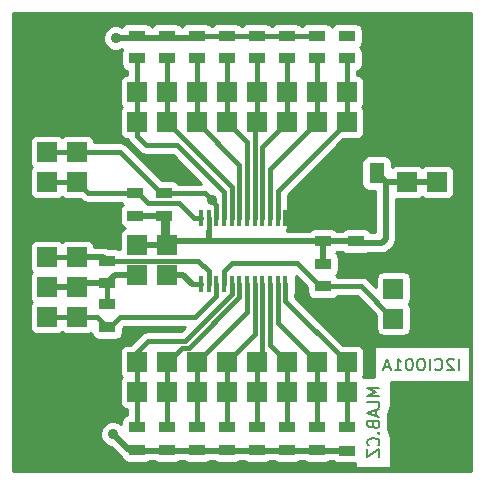
<source format=gbr>
G04 #@! TF.FileFunction,Copper,L2,Bot,Signal*
%FSLAX46Y46*%
G04 Gerber Fmt 4.6, Leading zero omitted, Abs format (unit mm)*
G04 Created by KiCad (PCBNEW 0.201503110816+5502~22~ubuntu14.04.1-product) date St 11. březen 2015, 22:39:31 CET*
%MOMM*%
G01*
G04 APERTURE LIST*
%ADD10C,0.100000*%
%ADD11C,0.200000*%
%ADD12R,1.651000X1.651000*%
%ADD13R,1.397000X0.889000*%
%ADD14R,0.419100X1.470660*%
%ADD15C,6.000000*%
%ADD16R,1.300480X1.699260*%
%ADD17C,0.889000*%
%ADD18C,0.508000*%
%ADD19C,0.381000*%
%ADD20C,0.254000*%
G04 APERTURE END LIST*
D10*
D11*
X38679047Y-706381D02*
X38679047Y293619D01*
X38250476Y198381D02*
X38202857Y246000D01*
X38107619Y293619D01*
X37869523Y293619D01*
X37774285Y246000D01*
X37726666Y198381D01*
X37679047Y103143D01*
X37679047Y7905D01*
X37726666Y-134952D01*
X38298095Y-706381D01*
X37679047Y-706381D01*
X36679047Y-611143D02*
X36726666Y-658762D01*
X36869523Y-706381D01*
X36964761Y-706381D01*
X37107619Y-658762D01*
X37202857Y-563524D01*
X37250476Y-468286D01*
X37298095Y-277810D01*
X37298095Y-134952D01*
X37250476Y55524D01*
X37202857Y150762D01*
X37107619Y246000D01*
X36964761Y293619D01*
X36869523Y293619D01*
X36726666Y246000D01*
X36679047Y198381D01*
X36250476Y-706381D02*
X36250476Y293619D01*
X35583810Y293619D02*
X35393333Y293619D01*
X35298095Y246000D01*
X35202857Y150762D01*
X35155238Y-39714D01*
X35155238Y-373048D01*
X35202857Y-563524D01*
X35298095Y-658762D01*
X35393333Y-706381D01*
X35583810Y-706381D01*
X35679048Y-658762D01*
X35774286Y-563524D01*
X35821905Y-373048D01*
X35821905Y-39714D01*
X35774286Y150762D01*
X35679048Y246000D01*
X35583810Y293619D01*
X34536191Y293619D02*
X34440952Y293619D01*
X34345714Y246000D01*
X34298095Y198381D01*
X34250476Y103143D01*
X34202857Y-87333D01*
X34202857Y-325429D01*
X34250476Y-515905D01*
X34298095Y-611143D01*
X34345714Y-658762D01*
X34440952Y-706381D01*
X34536191Y-706381D01*
X34631429Y-658762D01*
X34679048Y-611143D01*
X34726667Y-515905D01*
X34774286Y-325429D01*
X34774286Y-87333D01*
X34726667Y103143D01*
X34679048Y198381D01*
X34631429Y246000D01*
X34536191Y293619D01*
X33250476Y-706381D02*
X33821905Y-706381D01*
X33536191Y-706381D02*
X33536191Y293619D01*
X33631429Y150762D01*
X33726667Y55524D01*
X33821905Y7905D01*
X32869524Y-420667D02*
X32393333Y-420667D01*
X32964762Y-706381D02*
X32631429Y293619D01*
X32298095Y-706381D01*
X31948381Y-2199048D02*
X30948381Y-2199048D01*
X31662667Y-2532382D01*
X30948381Y-2865715D01*
X31948381Y-2865715D01*
X31948381Y-3818096D02*
X31948381Y-3341905D01*
X30948381Y-3341905D01*
X31662667Y-4103810D02*
X31662667Y-4580001D01*
X31948381Y-4008572D02*
X30948381Y-4341905D01*
X31948381Y-4675239D01*
X31424571Y-5341906D02*
X31472190Y-5484763D01*
X31519810Y-5532382D01*
X31615048Y-5580001D01*
X31757905Y-5580001D01*
X31853143Y-5532382D01*
X31900762Y-5484763D01*
X31948381Y-5389525D01*
X31948381Y-5008572D01*
X30948381Y-5008572D01*
X30948381Y-5341906D01*
X30996000Y-5437144D01*
X31043619Y-5484763D01*
X31138857Y-5532382D01*
X31234095Y-5532382D01*
X31329333Y-5484763D01*
X31376952Y-5437144D01*
X31424571Y-5341906D01*
X31424571Y-5008572D01*
X31853143Y-6008572D02*
X31900762Y-6056191D01*
X31948381Y-6008572D01*
X31900762Y-5960953D01*
X31853143Y-6008572D01*
X31948381Y-6008572D01*
X31853143Y-7056191D02*
X31900762Y-7008572D01*
X31948381Y-6865715D01*
X31948381Y-6770477D01*
X31900762Y-6627619D01*
X31805524Y-6532381D01*
X31710286Y-6484762D01*
X31519810Y-6437143D01*
X31376952Y-6437143D01*
X31186476Y-6484762D01*
X31091238Y-6532381D01*
X30996000Y-6627619D01*
X30948381Y-6770477D01*
X30948381Y-6865715D01*
X30996000Y-7008572D01*
X31043619Y-7056191D01*
X30948381Y-7389524D02*
X30948381Y-8056191D01*
X31948381Y-7389524D01*
X31948381Y-8056191D01*
D12*
X36830000Y12700000D03*
X36830000Y15240000D03*
X36830000Y17780000D03*
X34290000Y17780000D03*
X34290000Y15240000D03*
X34290000Y12700000D03*
D13*
X8890000Y4889500D03*
X8890000Y2984500D03*
X11303000Y12382500D03*
X11303000Y14287500D03*
X8890000Y6667500D03*
X8890000Y8572500D03*
X13716000Y12382500D03*
X13716000Y14287500D03*
X29210000Y27622500D03*
X29210000Y25717500D03*
X11430000Y-7429500D03*
X11430000Y-5524500D03*
X26670000Y27622500D03*
X26670000Y25717500D03*
X21590000Y-7429500D03*
X21590000Y-5524500D03*
X24130000Y27622500D03*
X24130000Y25717500D03*
X16510000Y-7429500D03*
X16510000Y-5524500D03*
X21590000Y27622500D03*
X21590000Y25717500D03*
X19050000Y-7429500D03*
X19050000Y-5524500D03*
X19050000Y27622500D03*
X19050000Y25717500D03*
X13970000Y-7429500D03*
X13970000Y-5524500D03*
X13970000Y27622500D03*
X13970000Y25717500D03*
X16510000Y27622500D03*
X16510000Y25717500D03*
X24130000Y-7429500D03*
X24130000Y-5524500D03*
X11430000Y27622500D03*
X11430000Y25717500D03*
X26670000Y-7429500D03*
X26670000Y-5524500D03*
X29210000Y-7493000D03*
X29210000Y-5524500D03*
D14*
X20756880Y12197080D03*
X21407120Y12197080D03*
X22057360Y12197080D03*
X22707600Y12197080D03*
X18816320Y6604000D03*
X18806160Y12197080D03*
X19456400Y12197080D03*
X20106640Y12197080D03*
X23357840Y6598920D03*
X22707600Y6598920D03*
X22057360Y6598920D03*
X21407120Y6598920D03*
X20756880Y6598920D03*
X20106640Y6598920D03*
X23357840Y12197080D03*
X19456400Y6604000D03*
X18155920Y12197080D03*
X24008080Y12197080D03*
X24008080Y6598920D03*
X18155920Y6598920D03*
X17508220Y12197080D03*
X17508220Y6598920D03*
X16857980Y12197080D03*
X16857980Y6598920D03*
D12*
X11430000Y7366000D03*
X11430000Y9906000D03*
D15*
X5080000Y-5080000D03*
X35560000Y25400000D03*
X5050000Y25400000D03*
X35560000Y-5080000D03*
D12*
X3810000Y17780000D03*
X3810000Y15240000D03*
X6350000Y15240000D03*
X6350000Y17780000D03*
X3810000Y3810000D03*
X6350000Y11430000D03*
X6350000Y6350000D03*
X3810000Y11430000D03*
X6350000Y1270000D03*
X6350000Y3810000D03*
X6350000Y8890000D03*
X3810000Y1270000D03*
X3810000Y8890000D03*
X3810000Y6350000D03*
X13970000Y9906000D03*
X13970000Y7366000D03*
X13970000Y22860000D03*
X11430000Y22860000D03*
X29210000Y20320000D03*
X26670000Y20320000D03*
X16510000Y22860000D03*
X24130000Y20320000D03*
X21590000Y22860000D03*
X29210000Y22860000D03*
X21590000Y20320000D03*
X16510000Y20320000D03*
X24130000Y22860000D03*
X11430000Y20320000D03*
X13970000Y20320000D03*
X19050000Y20320000D03*
X26670000Y22860000D03*
X19050000Y22860000D03*
X26670000Y-2540000D03*
X29210000Y-2540000D03*
X11430000Y0D03*
X13970000Y0D03*
X24130000Y-2540000D03*
X16510000Y0D03*
X19050000Y-2540000D03*
X11430000Y-2540000D03*
X19050000Y0D03*
X24130000Y0D03*
X16510000Y-2540000D03*
X29210000Y0D03*
X26670000Y0D03*
X21590000Y0D03*
X13970000Y-2540000D03*
X21590000Y-2540000D03*
X33147000Y6223000D03*
X35687000Y6223000D03*
X35687000Y3683000D03*
X33147000Y3683000D03*
D13*
X27178000Y8318500D03*
X27178000Y6413500D03*
X27178000Y10223500D03*
X27178000Y12128500D03*
X29972000Y10223500D03*
X29972000Y12128500D03*
D16*
X28221940Y16002000D03*
X31722060Y16002000D03*
D17*
X17780000Y13716000D03*
X9398000Y-6096000D03*
X9652000Y27432000D03*
D18*
X27178000Y10223500D02*
X28893333Y10223500D01*
X28893333Y10223500D02*
X29972000Y10223500D01*
X27178000Y10223500D02*
X27178000Y8318500D01*
X27178000Y10223500D02*
X17553730Y10223500D01*
X17553730Y10223500D02*
X14287500Y10223500D01*
X17508220Y11099798D02*
X17508220Y10269010D01*
X17508220Y10269010D02*
X17553730Y10223500D01*
X14287500Y10223500D02*
X13970000Y9906000D01*
X14160500Y10096500D02*
X13970000Y9906000D01*
X32484060Y15240000D02*
X32484060Y10394358D01*
X32484060Y10394358D02*
X32176701Y10086999D01*
X32176701Y10086999D02*
X30045001Y10086999D01*
X30045001Y10086999D02*
X30035500Y10096500D01*
X34290000Y15240000D02*
X34290000Y15214600D01*
X34290000Y15122501D02*
X34290000Y15240000D01*
X34290000Y15240000D02*
X34290000Y15122501D01*
X13970000Y9906000D02*
X13970000Y12128500D01*
X13970000Y12128500D02*
X13716000Y12382500D01*
X13716000Y12382500D02*
X13716000Y10160000D01*
X13716000Y10160000D02*
X13970000Y9906000D01*
X36830000Y15240000D02*
X34290000Y15240000D01*
D19*
X17508220Y11099798D02*
X17508220Y12197080D01*
X17508220Y11099798D02*
X17506950Y11101068D01*
D18*
X13970000Y9906000D02*
X11430000Y9906000D01*
X11303000Y12382500D02*
X13716000Y12382500D01*
X13716000Y10160000D02*
X13970000Y9906000D01*
X32484060Y15240000D02*
X31722060Y16002000D01*
X34290000Y15240000D02*
X32484060Y15240000D01*
D19*
X36830000Y12700000D02*
X34290000Y12700000D01*
X38735000Y17081500D02*
X38735000Y13398500D01*
X38735000Y13398500D02*
X38036500Y12700000D01*
X38036500Y12700000D02*
X36830000Y12700000D01*
X36830000Y17780000D02*
X38036500Y17780000D01*
X38036500Y17780000D02*
X38735000Y17081500D01*
X34290000Y17780000D02*
X36830000Y17780000D01*
X28635567Y16062854D02*
X28635567Y16570567D01*
X28635567Y16062854D02*
X30352713Y17780000D01*
X30352713Y17780000D02*
X34290000Y17780000D01*
X26951940Y14886940D02*
X28635567Y16570567D01*
X24008080Y12197080D02*
X25839420Y12197080D01*
X24008080Y12197080D02*
X25306020Y12197080D01*
X25306020Y12197080D02*
X26951940Y13843000D01*
X26951940Y13843000D02*
X26951940Y14886940D01*
X6350000Y11430000D02*
X3888100Y11430000D01*
X15973659Y14287500D02*
X17208500Y14287500D01*
X17208500Y14287500D02*
X17335501Y14160499D01*
X17335501Y14160499D02*
X17780000Y13716000D01*
X15973659Y14287500D02*
X17162782Y14287500D01*
X18155920Y12197080D02*
X18155920Y13294362D01*
X17162782Y14287500D02*
X17906238Y13544044D01*
X18155920Y13294362D02*
X17906238Y13544044D01*
X13716000Y14287500D02*
X15973659Y14287500D01*
X6350000Y17780000D02*
X8747677Y17780000D01*
X9969500Y17780000D02*
X8747677Y17780000D01*
X13716000Y14287500D02*
X13462000Y14287500D01*
X13462000Y14287500D02*
X9969500Y17780000D01*
X3810000Y17780000D02*
X6350000Y17780000D01*
X16267430Y12197080D02*
X15012011Y13452499D01*
X16857980Y12197080D02*
X16854169Y12197080D01*
X3810000Y15240000D02*
X6350000Y15240000D01*
X11557000Y14287500D02*
X11303000Y14287500D01*
X12392001Y13452499D02*
X11557000Y14287500D01*
X15012011Y13452499D02*
X12392001Y13452499D01*
X16857980Y12197080D02*
X16267430Y12197080D01*
X7302500Y14287500D02*
X6350000Y15240000D01*
X11303000Y14287500D02*
X7302500Y14287500D01*
X3810000Y3810000D02*
X6350000Y3810000D01*
X9144000Y2984500D02*
X8890000Y2984500D01*
X9979001Y3819501D02*
X9144000Y2984500D01*
X16376583Y3819501D02*
X9979001Y3819501D01*
X18155920Y5598838D02*
X16376583Y3819501D01*
X18155920Y6598920D02*
X18155920Y5598838D01*
X8064500Y3810000D02*
X8890000Y2984500D01*
X6350000Y3810000D02*
X8064500Y3810000D01*
X6985000Y8890000D02*
X6350000Y8890000D01*
X3810000Y8890000D02*
X6985000Y8890000D01*
X6667500Y8572500D02*
X6350000Y8890000D01*
D18*
X8572500Y8890000D02*
X8890000Y8572500D01*
X6350000Y8890000D02*
X8572500Y8890000D01*
D19*
X9969500Y8572500D02*
X8890000Y8572500D01*
X9979001Y8582001D02*
X9969500Y8572500D01*
X16641469Y8582001D02*
X9979001Y8582001D01*
X17508220Y7715250D02*
X16641469Y8582001D01*
X17508220Y6598920D02*
X17508220Y7715250D01*
X27178000Y6413500D02*
X30416500Y6413500D01*
X30416500Y6413500D02*
X33147000Y3683000D01*
X19477990Y8382000D02*
X24955500Y8382000D01*
X24955500Y8382000D02*
X26924000Y6413500D01*
X26924000Y6413500D02*
X27178000Y6413500D01*
X18816320Y6604000D02*
X18816320Y7720330D01*
X18816320Y7720330D02*
X19477990Y8382000D01*
D18*
X11430000Y-7429500D02*
X10731500Y-7429500D01*
X10731500Y-7429500D02*
X9398000Y-6096000D01*
X13970000Y7366000D02*
X15303500Y7366000D01*
X15303500Y7366000D02*
X16070580Y6598920D01*
D19*
X16070580Y6598920D02*
X16857980Y6598920D01*
D18*
X13970000Y7366000D02*
X13906500Y7366000D01*
X11493500Y-7493000D02*
X11430000Y-7429500D01*
D19*
X11430000Y-7429500D02*
X13970000Y-7429500D01*
X13970000Y-7429500D02*
X16510000Y-7429500D01*
X13970000Y-7429500D02*
X19050000Y-7429500D01*
X19050000Y-7429500D02*
X21590000Y-7429500D01*
X23287735Y-7429500D02*
X23351235Y-7493000D01*
X21590000Y-7429500D02*
X23287735Y-7429500D01*
D18*
X23351235Y-7493000D02*
X11493500Y-7493000D01*
X29210000Y-7493000D02*
X23351235Y-7493000D01*
D19*
X24130000Y-7429500D02*
X26670000Y-7429500D01*
X29146500Y-7429500D02*
X29210000Y-7493000D01*
X26670000Y-7429500D02*
X29146500Y-7429500D01*
X16510000Y27622500D02*
X19050000Y27622500D01*
X21590000Y27622500D02*
X19050000Y27622500D01*
X26670000Y27622500D02*
X24130000Y27622500D01*
X24130000Y27622500D02*
X21590000Y27622500D01*
D18*
X11430000Y-7429500D02*
X11176000Y-7429500D01*
X16256000Y27432000D02*
X9652000Y27432000D01*
D19*
X19456400Y14833600D02*
X13970000Y20320000D01*
X19456400Y12197080D02*
X19456400Y14833600D01*
X13970000Y20320000D02*
X13970000Y25717500D01*
X13970000Y20320000D02*
X13970000Y22860000D01*
X11430000Y19113500D02*
X12182490Y18361010D01*
X12182490Y18361010D02*
X14815292Y18361010D01*
X18806160Y13313410D02*
X18806160Y12197080D01*
X11430000Y20320000D02*
X11430000Y19113500D01*
X14815292Y18361010D02*
X18806160Y14370142D01*
X18806160Y14370142D02*
X18806160Y13313410D01*
X11680782Y20320000D02*
X11430000Y20320000D01*
X11430000Y22860000D02*
X11430000Y25717500D01*
X11430000Y20320000D02*
X11430000Y22860000D01*
X23357840Y12197080D02*
X23357840Y14467840D01*
X23357840Y14467840D02*
X29210000Y20320000D01*
X29210000Y20320000D02*
X29210000Y25717500D01*
X29210000Y20320000D02*
X29210000Y22860000D01*
X22707600Y12197080D02*
X22707600Y16357600D01*
X22707600Y16357600D02*
X26670000Y20320000D01*
X26670000Y20320000D02*
X26670000Y25717500D01*
X26670000Y20320000D02*
X26670000Y22860000D01*
X20106640Y12197080D02*
X20106640Y16723360D01*
X20106640Y16723360D02*
X16510000Y20320000D01*
X16510000Y20320000D02*
X16510000Y25717500D01*
X16510000Y20320000D02*
X16510000Y22860000D01*
X22057360Y12197080D02*
X22057360Y18247360D01*
X22057360Y18247360D02*
X24130000Y20320000D01*
X24130000Y20320000D02*
X24130000Y25717500D01*
X24130000Y20320000D02*
X24130000Y22860000D01*
X21407120Y12197080D02*
X21407120Y20137120D01*
X21407120Y20137120D02*
X21590000Y20320000D01*
X21590000Y20320000D02*
X21590000Y25717500D01*
X21590000Y20320000D02*
X21590000Y22860000D01*
X20756880Y12197080D02*
X20756880Y18613120D01*
X20756880Y18613120D02*
X19050000Y20320000D01*
X19050000Y20320000D02*
X19050000Y25717500D01*
X19050000Y20320000D02*
X19050000Y22860000D01*
X26670000Y-2540000D02*
X26670000Y0D01*
X23357840Y3312160D02*
X26670000Y0D01*
X23357840Y6598920D02*
X23357840Y3312160D01*
X26670000Y0D02*
X26670000Y-5524500D01*
X29210000Y-2540000D02*
X29210000Y0D01*
X24008080Y6598920D02*
X24008080Y5201920D01*
X24008080Y5201920D02*
X29210000Y0D01*
X29210000Y0D02*
X29210000Y-5524500D01*
X11430000Y-2540000D02*
X11430000Y0D01*
X19456400Y5740400D02*
X19456400Y6604000D01*
X12376111Y1797011D02*
X15513011Y1797011D01*
X11430000Y850900D02*
X12376111Y1797011D01*
X15513011Y1797011D02*
X19456400Y5740400D01*
X11430000Y0D02*
X11430000Y850900D01*
X11430000Y-5524500D02*
X11430000Y0D01*
X13995400Y0D02*
X15211401Y1216001D01*
X15211401Y1216001D02*
X15596385Y1216001D01*
X13970000Y0D02*
X13995400Y0D01*
X15840051Y1216001D02*
X15596385Y1216001D01*
X15596385Y1216001D02*
X15262201Y1216001D01*
X13970000Y-2540000D02*
X13970000Y0D01*
X20106640Y6598920D02*
X20106640Y5482590D01*
X20106640Y5482590D02*
X15840051Y1216001D01*
X13970000Y0D02*
X13970000Y-5524500D01*
X24130000Y-2540000D02*
X24130000Y0D01*
X22707600Y1422400D02*
X24130000Y0D01*
X22707600Y6598920D02*
X22707600Y1422400D01*
X24130000Y0D02*
X24130000Y-5524500D01*
X16510000Y-2540000D02*
X16510000Y0D01*
X20756880Y4246880D02*
X20756880Y6598920D01*
X16510000Y0D02*
X20756880Y4246880D01*
X16510000Y0D02*
X16510000Y-5524500D01*
X19050000Y-2540000D02*
X19050000Y0D01*
X21407120Y6598920D02*
X21407120Y2357120D01*
X21407120Y2357120D02*
X19050000Y0D01*
X19050000Y0D02*
X19050000Y-5524500D01*
X21590000Y-2540000D02*
X21590000Y0D01*
X22057360Y6598920D02*
X22057360Y467360D01*
X22057360Y467360D02*
X21590000Y0D01*
X21590000Y0D02*
X21590000Y-5524500D01*
D18*
X9588500Y7366000D02*
X8890000Y6667500D01*
X11430000Y7366000D02*
X9588500Y7366000D01*
X6667500Y6667500D02*
X6350000Y6350000D01*
X8890000Y6667500D02*
X6667500Y6667500D01*
X6350000Y6350000D02*
X3810000Y6350000D01*
D19*
X8890000Y4889500D02*
X8890000Y6667500D01*
D20*
G36*
X39699000Y-9219000D02*
X39652143Y-9219000D01*
X39652143Y-1689000D01*
X39652143Y1381000D01*
X31467858Y1381000D01*
X31467858Y-1225952D01*
X30531076Y-1225952D01*
X30632877Y-1075140D01*
X30682940Y-825500D01*
X30682940Y825500D01*
X30635963Y1067623D01*
X30496173Y1280427D01*
X30285140Y1422877D01*
X30035500Y1472940D01*
X28904494Y1472940D01*
X24833580Y5543854D01*
X24833580Y5706565D01*
X24865070Y5863590D01*
X24865070Y7304996D01*
X25832060Y6338006D01*
X25832060Y5969000D01*
X25879037Y5726877D01*
X26018827Y5514073D01*
X26229860Y5371623D01*
X26479500Y5321560D01*
X27876500Y5321560D01*
X28118623Y5368537D01*
X28331427Y5508327D01*
X28385207Y5588000D01*
X30074566Y5588000D01*
X31674060Y3988506D01*
X31674060Y2857500D01*
X31721037Y2615377D01*
X31860827Y2402573D01*
X32071860Y2260123D01*
X32321500Y2210060D01*
X33972500Y2210060D01*
X34214623Y2257037D01*
X34427427Y2396827D01*
X34569877Y2607860D01*
X34619940Y2857500D01*
X34619940Y4508500D01*
X34572963Y4750623D01*
X34439194Y4954261D01*
X34569877Y5147860D01*
X34619940Y5397500D01*
X34619940Y7048500D01*
X34572963Y7290623D01*
X34433173Y7503427D01*
X34222140Y7645877D01*
X33972500Y7695940D01*
X32321500Y7695940D01*
X32079377Y7648963D01*
X31866573Y7509173D01*
X31724123Y7298140D01*
X31674060Y7048500D01*
X31674060Y6323374D01*
X31000217Y6997217D01*
X30732406Y7176163D01*
X30416500Y7239000D01*
X28385735Y7239000D01*
X28337173Y7312927D01*
X28258958Y7365723D01*
X28331427Y7413327D01*
X28473877Y7624360D01*
X28523940Y7874000D01*
X28523940Y8763000D01*
X28476963Y9005123D01*
X28337173Y9217927D01*
X28258958Y9270723D01*
X28331427Y9318327D01*
X28342343Y9334500D01*
X28805977Y9334500D01*
X28812827Y9324073D01*
X29023860Y9181623D01*
X29273500Y9131560D01*
X30670500Y9131560D01*
X30912623Y9178537D01*
X30942250Y9197999D01*
X32176701Y9197999D01*
X32516906Y9265670D01*
X32516907Y9265670D01*
X32805319Y9458381D01*
X33112678Y9765740D01*
X33305389Y10054152D01*
X33373060Y10394358D01*
X33373060Y13785398D01*
X33464500Y13767060D01*
X35115500Y13767060D01*
X35357623Y13814037D01*
X35561260Y13947806D01*
X35754860Y13817123D01*
X36004500Y13767060D01*
X37655500Y13767060D01*
X37897623Y13814037D01*
X38110427Y13953827D01*
X38252877Y14164860D01*
X38302940Y14414500D01*
X38302940Y16065500D01*
X38255963Y16307623D01*
X38116173Y16520427D01*
X37905140Y16662877D01*
X37655500Y16712940D01*
X36004500Y16712940D01*
X35762377Y16665963D01*
X35558739Y16532195D01*
X35365140Y16662877D01*
X35115500Y16712940D01*
X33464500Y16712940D01*
X33222377Y16665963D01*
X33019740Y16532852D01*
X33019740Y16851630D01*
X32972763Y17093753D01*
X32832973Y17306557D01*
X32621940Y17449007D01*
X32372300Y17499070D01*
X31071820Y17499070D01*
X30829697Y17452093D01*
X30616893Y17312303D01*
X30474443Y17101270D01*
X30424380Y16851630D01*
X30424380Y15152370D01*
X30471357Y14910247D01*
X30611147Y14697443D01*
X30822180Y14554993D01*
X31071820Y14504930D01*
X31595060Y14504930D01*
X31595060Y10975999D01*
X31227689Y10975999D01*
X31131173Y11122927D01*
X30920140Y11265377D01*
X30670500Y11315440D01*
X29273500Y11315440D01*
X29031377Y11268463D01*
X28818573Y11128673D01*
X28807656Y11112500D01*
X28344022Y11112500D01*
X28337173Y11122927D01*
X28126140Y11265377D01*
X27876500Y11315440D01*
X26479500Y11315440D01*
X26237377Y11268463D01*
X26024573Y11128673D01*
X26013656Y11112500D01*
X24097528Y11112500D01*
X24164767Y11212110D01*
X24214830Y11461750D01*
X24214830Y12932410D01*
X24183340Y13094711D01*
X24183340Y14125906D01*
X28904494Y18847060D01*
X30035500Y18847060D01*
X30277623Y18894037D01*
X30490427Y19033827D01*
X30632877Y19244860D01*
X30682940Y19494500D01*
X30682940Y21145500D01*
X30635963Y21387623D01*
X30502194Y21591261D01*
X30632877Y21784860D01*
X30682940Y22034500D01*
X30682940Y23685500D01*
X30635963Y23927623D01*
X30496173Y24140427D01*
X30285140Y24282877D01*
X30035500Y24332940D01*
X30035500Y24650201D01*
X30150623Y24672537D01*
X30363427Y24812327D01*
X30505877Y25023360D01*
X30555940Y25273000D01*
X30555940Y26162000D01*
X30508963Y26404123D01*
X30369173Y26616927D01*
X30290958Y26669723D01*
X30363427Y26717327D01*
X30505877Y26928360D01*
X30555940Y27178000D01*
X30555940Y28067000D01*
X30508963Y28309123D01*
X30369173Y28521927D01*
X30158140Y28664377D01*
X29908500Y28714440D01*
X28511500Y28714440D01*
X28269377Y28667463D01*
X28056573Y28527673D01*
X27939413Y28354107D01*
X27829173Y28521927D01*
X27618140Y28664377D01*
X27368500Y28714440D01*
X25971500Y28714440D01*
X25729377Y28667463D01*
X25516573Y28527673D01*
X25462792Y28448000D01*
X25337735Y28448000D01*
X25289173Y28521927D01*
X25078140Y28664377D01*
X24828500Y28714440D01*
X23431500Y28714440D01*
X23189377Y28667463D01*
X22976573Y28527673D01*
X22922792Y28448000D01*
X22797735Y28448000D01*
X22749173Y28521927D01*
X22538140Y28664377D01*
X22288500Y28714440D01*
X20891500Y28714440D01*
X20649377Y28667463D01*
X20436573Y28527673D01*
X20382792Y28448000D01*
X20257735Y28448000D01*
X20209173Y28521927D01*
X19998140Y28664377D01*
X19748500Y28714440D01*
X18351500Y28714440D01*
X18109377Y28667463D01*
X17896573Y28527673D01*
X17842792Y28448000D01*
X17717735Y28448000D01*
X17669173Y28521927D01*
X17458140Y28664377D01*
X17208500Y28714440D01*
X15811500Y28714440D01*
X15569377Y28667463D01*
X15356573Y28527673D01*
X15239413Y28354107D01*
X15129173Y28521927D01*
X14918140Y28664377D01*
X14668500Y28714440D01*
X13271500Y28714440D01*
X13029377Y28667463D01*
X12816573Y28527673D01*
X12699413Y28354107D01*
X12589173Y28521927D01*
X12378140Y28664377D01*
X12128500Y28714440D01*
X10731500Y28714440D01*
X10489377Y28667463D01*
X10276573Y28527673D01*
X10178426Y28382275D01*
X9867668Y28511313D01*
X9438216Y28511687D01*
X9041311Y28347689D01*
X8737378Y28044286D01*
X8572687Y27647668D01*
X8572313Y27218216D01*
X8736311Y26821311D01*
X9039714Y26517378D01*
X9436332Y26352687D01*
X9865784Y26352313D01*
X10182377Y26483127D01*
X10134123Y26411640D01*
X10084060Y26162000D01*
X10084060Y25273000D01*
X10131037Y25030877D01*
X10270827Y24818073D01*
X10481860Y24675623D01*
X10604500Y24651029D01*
X10604500Y24332940D01*
X10362377Y24285963D01*
X10149573Y24146173D01*
X10007123Y23935140D01*
X9957060Y23685500D01*
X9957060Y22034500D01*
X10004037Y21792377D01*
X10137805Y21588740D01*
X10007123Y21395140D01*
X9957060Y21145500D01*
X9957060Y19494500D01*
X10004037Y19252377D01*
X10143827Y19039573D01*
X10354860Y18897123D01*
X10604500Y18847060D01*
X10657497Y18847060D01*
X10667337Y18797594D01*
X10846283Y18529783D01*
X11598770Y17777297D01*
X11598773Y17777293D01*
X11598774Y17777293D01*
X11866585Y17598347D01*
X12182490Y17535509D01*
X12182490Y17535510D01*
X12182495Y17535510D01*
X14473358Y17535510D01*
X16895868Y15113000D01*
X15973659Y15113000D01*
X14923735Y15113000D01*
X14875173Y15186927D01*
X14664140Y15329377D01*
X14414500Y15379440D01*
X13537494Y15379440D01*
X10553217Y18363717D01*
X10285406Y18542663D01*
X9969500Y18605500D01*
X8747677Y18605500D01*
X7822940Y18605500D01*
X7775963Y18847623D01*
X7636173Y19060427D01*
X7425140Y19202877D01*
X7175500Y19252940D01*
X5524500Y19252940D01*
X5282377Y19205963D01*
X5078739Y19072195D01*
X4885140Y19202877D01*
X4635500Y19252940D01*
X2984500Y19252940D01*
X2742377Y19205963D01*
X2529573Y19066173D01*
X2387123Y18855140D01*
X2337060Y18605500D01*
X2337060Y16954500D01*
X2384037Y16712377D01*
X2517805Y16508740D01*
X2387123Y16315140D01*
X2337060Y16065500D01*
X2337060Y14414500D01*
X2384037Y14172377D01*
X2523827Y13959573D01*
X2734860Y13817123D01*
X2984500Y13767060D01*
X4635500Y13767060D01*
X4877623Y13814037D01*
X5081260Y13947806D01*
X5274860Y13817123D01*
X5524500Y13767060D01*
X6655506Y13767060D01*
X6718780Y13703787D01*
X6718783Y13703783D01*
X6986594Y13524838D01*
X6986595Y13524837D01*
X7302500Y13462000D01*
X10095264Y13462000D01*
X10143827Y13388073D01*
X10222041Y13335278D01*
X10149573Y13287673D01*
X10007123Y13076640D01*
X9957060Y12827000D01*
X9957060Y11938000D01*
X10004037Y11695877D01*
X10143827Y11483073D01*
X10354860Y11340623D01*
X10380504Y11335481D01*
X10362377Y11331963D01*
X10149573Y11192173D01*
X10007123Y10981140D01*
X9957060Y10731500D01*
X9957060Y9534104D01*
X9838140Y9614377D01*
X9588500Y9664440D01*
X8982880Y9664440D01*
X8912706Y9711329D01*
X8572500Y9779000D01*
X7810619Y9779000D01*
X7775963Y9957623D01*
X7636173Y10170427D01*
X7425140Y10312877D01*
X7175500Y10362940D01*
X5524500Y10362940D01*
X5282377Y10315963D01*
X5078739Y10182195D01*
X4885140Y10312877D01*
X4635500Y10362940D01*
X2984500Y10362940D01*
X2742377Y10315963D01*
X2529573Y10176173D01*
X2387123Y9965140D01*
X2337060Y9715500D01*
X2337060Y8064500D01*
X2384037Y7822377D01*
X2517805Y7618740D01*
X2387123Y7425140D01*
X2337060Y7175500D01*
X2337060Y5524500D01*
X2384037Y5282377D01*
X2517805Y5078740D01*
X2387123Y4885140D01*
X2337060Y4635500D01*
X2337060Y2984500D01*
X2384037Y2742377D01*
X2523827Y2529573D01*
X2734860Y2387123D01*
X2984500Y2337060D01*
X4635500Y2337060D01*
X4877623Y2384037D01*
X5081260Y2517806D01*
X5274860Y2387123D01*
X5524500Y2337060D01*
X7175500Y2337060D01*
X7417623Y2384037D01*
X7556606Y2475335D01*
X7591037Y2297877D01*
X7730827Y2085073D01*
X7941860Y1942623D01*
X8191500Y1892560D01*
X9588500Y1892560D01*
X9830623Y1939537D01*
X10043427Y2079327D01*
X10185877Y2290360D01*
X10235940Y2540000D01*
X10235940Y2909007D01*
X10320934Y2994001D01*
X15542567Y2994001D01*
X15171077Y2622511D01*
X12376111Y2622511D01*
X12060205Y2559674D01*
X11792394Y2380728D01*
X10884606Y1472940D01*
X10604500Y1472940D01*
X10362377Y1425963D01*
X10149573Y1286173D01*
X10007123Y1075140D01*
X9957060Y825500D01*
X9957060Y-825500D01*
X10004037Y-1067623D01*
X10137805Y-1271260D01*
X10007123Y-1464860D01*
X9957060Y-1714500D01*
X9957060Y-3365500D01*
X10004037Y-3607623D01*
X10143827Y-3820427D01*
X10354860Y-3962877D01*
X10604500Y-4012940D01*
X10604500Y-4457200D01*
X10489377Y-4479537D01*
X10276573Y-4619327D01*
X10134123Y-4830360D01*
X10084060Y-5080000D01*
X10084060Y-5255280D01*
X10010286Y-5181378D01*
X9613668Y-5016687D01*
X9184216Y-5016313D01*
X8787311Y-5180311D01*
X8483378Y-5483714D01*
X8318687Y-5880332D01*
X8318313Y-6309784D01*
X8482311Y-6706689D01*
X8785714Y-7010622D01*
X9182332Y-7175313D01*
X9220109Y-7175345D01*
X10102882Y-8058118D01*
X10122300Y-8071092D01*
X10131037Y-8116123D01*
X10270827Y-8328927D01*
X10481860Y-8471377D01*
X10731500Y-8521440D01*
X12128500Y-8521440D01*
X12370623Y-8474463D01*
X12511380Y-8382000D01*
X12889452Y-8382000D01*
X13021860Y-8471377D01*
X13271500Y-8521440D01*
X14668500Y-8521440D01*
X14910623Y-8474463D01*
X15051380Y-8382000D01*
X15429452Y-8382000D01*
X15561860Y-8471377D01*
X15811500Y-8521440D01*
X17208500Y-8521440D01*
X17450623Y-8474463D01*
X17591380Y-8382000D01*
X17969452Y-8382000D01*
X18101860Y-8471377D01*
X18351500Y-8521440D01*
X19748500Y-8521440D01*
X19990623Y-8474463D01*
X20131380Y-8382000D01*
X20509452Y-8382000D01*
X20641860Y-8471377D01*
X20891500Y-8521440D01*
X22288500Y-8521440D01*
X22530623Y-8474463D01*
X22671380Y-8382000D01*
X23049452Y-8382000D01*
X23181860Y-8471377D01*
X23431500Y-8521440D01*
X24828500Y-8521440D01*
X25070623Y-8474463D01*
X25211380Y-8382000D01*
X25589452Y-8382000D01*
X25721860Y-8471377D01*
X25971500Y-8521440D01*
X27368500Y-8521440D01*
X27610623Y-8474463D01*
X27751380Y-8382000D01*
X28043977Y-8382000D01*
X28050827Y-8392427D01*
X28261860Y-8534877D01*
X28511500Y-8584940D01*
X29861000Y-8584940D01*
X29861000Y-8934047D01*
X32931000Y-8934047D01*
X32931000Y-1689000D01*
X39652143Y-1689000D01*
X39652143Y-9219000D01*
X941000Y-9219000D01*
X941000Y29539000D01*
X39699000Y29539000D01*
X39699000Y-9219000D01*
X39699000Y-9219000D01*
G37*
X39699000Y-9219000D02*
X39652143Y-9219000D01*
X39652143Y-1689000D01*
X39652143Y1381000D01*
X31467858Y1381000D01*
X31467858Y-1225952D01*
X30531076Y-1225952D01*
X30632877Y-1075140D01*
X30682940Y-825500D01*
X30682940Y825500D01*
X30635963Y1067623D01*
X30496173Y1280427D01*
X30285140Y1422877D01*
X30035500Y1472940D01*
X28904494Y1472940D01*
X24833580Y5543854D01*
X24833580Y5706565D01*
X24865070Y5863590D01*
X24865070Y7304996D01*
X25832060Y6338006D01*
X25832060Y5969000D01*
X25879037Y5726877D01*
X26018827Y5514073D01*
X26229860Y5371623D01*
X26479500Y5321560D01*
X27876500Y5321560D01*
X28118623Y5368537D01*
X28331427Y5508327D01*
X28385207Y5588000D01*
X30074566Y5588000D01*
X31674060Y3988506D01*
X31674060Y2857500D01*
X31721037Y2615377D01*
X31860827Y2402573D01*
X32071860Y2260123D01*
X32321500Y2210060D01*
X33972500Y2210060D01*
X34214623Y2257037D01*
X34427427Y2396827D01*
X34569877Y2607860D01*
X34619940Y2857500D01*
X34619940Y4508500D01*
X34572963Y4750623D01*
X34439194Y4954261D01*
X34569877Y5147860D01*
X34619940Y5397500D01*
X34619940Y7048500D01*
X34572963Y7290623D01*
X34433173Y7503427D01*
X34222140Y7645877D01*
X33972500Y7695940D01*
X32321500Y7695940D01*
X32079377Y7648963D01*
X31866573Y7509173D01*
X31724123Y7298140D01*
X31674060Y7048500D01*
X31674060Y6323374D01*
X31000217Y6997217D01*
X30732406Y7176163D01*
X30416500Y7239000D01*
X28385735Y7239000D01*
X28337173Y7312927D01*
X28258958Y7365723D01*
X28331427Y7413327D01*
X28473877Y7624360D01*
X28523940Y7874000D01*
X28523940Y8763000D01*
X28476963Y9005123D01*
X28337173Y9217927D01*
X28258958Y9270723D01*
X28331427Y9318327D01*
X28342343Y9334500D01*
X28805977Y9334500D01*
X28812827Y9324073D01*
X29023860Y9181623D01*
X29273500Y9131560D01*
X30670500Y9131560D01*
X30912623Y9178537D01*
X30942250Y9197999D01*
X32176701Y9197999D01*
X32516906Y9265670D01*
X32516907Y9265670D01*
X32805319Y9458381D01*
X33112678Y9765740D01*
X33305389Y10054152D01*
X33373060Y10394358D01*
X33373060Y13785398D01*
X33464500Y13767060D01*
X35115500Y13767060D01*
X35357623Y13814037D01*
X35561260Y13947806D01*
X35754860Y13817123D01*
X36004500Y13767060D01*
X37655500Y13767060D01*
X37897623Y13814037D01*
X38110427Y13953827D01*
X38252877Y14164860D01*
X38302940Y14414500D01*
X38302940Y16065500D01*
X38255963Y16307623D01*
X38116173Y16520427D01*
X37905140Y16662877D01*
X37655500Y16712940D01*
X36004500Y16712940D01*
X35762377Y16665963D01*
X35558739Y16532195D01*
X35365140Y16662877D01*
X35115500Y16712940D01*
X33464500Y16712940D01*
X33222377Y16665963D01*
X33019740Y16532852D01*
X33019740Y16851630D01*
X32972763Y17093753D01*
X32832973Y17306557D01*
X32621940Y17449007D01*
X32372300Y17499070D01*
X31071820Y17499070D01*
X30829697Y17452093D01*
X30616893Y17312303D01*
X30474443Y17101270D01*
X30424380Y16851630D01*
X30424380Y15152370D01*
X30471357Y14910247D01*
X30611147Y14697443D01*
X30822180Y14554993D01*
X31071820Y14504930D01*
X31595060Y14504930D01*
X31595060Y10975999D01*
X31227689Y10975999D01*
X31131173Y11122927D01*
X30920140Y11265377D01*
X30670500Y11315440D01*
X29273500Y11315440D01*
X29031377Y11268463D01*
X28818573Y11128673D01*
X28807656Y11112500D01*
X28344022Y11112500D01*
X28337173Y11122927D01*
X28126140Y11265377D01*
X27876500Y11315440D01*
X26479500Y11315440D01*
X26237377Y11268463D01*
X26024573Y11128673D01*
X26013656Y11112500D01*
X24097528Y11112500D01*
X24164767Y11212110D01*
X24214830Y11461750D01*
X24214830Y12932410D01*
X24183340Y13094711D01*
X24183340Y14125906D01*
X28904494Y18847060D01*
X30035500Y18847060D01*
X30277623Y18894037D01*
X30490427Y19033827D01*
X30632877Y19244860D01*
X30682940Y19494500D01*
X30682940Y21145500D01*
X30635963Y21387623D01*
X30502194Y21591261D01*
X30632877Y21784860D01*
X30682940Y22034500D01*
X30682940Y23685500D01*
X30635963Y23927623D01*
X30496173Y24140427D01*
X30285140Y24282877D01*
X30035500Y24332940D01*
X30035500Y24650201D01*
X30150623Y24672537D01*
X30363427Y24812327D01*
X30505877Y25023360D01*
X30555940Y25273000D01*
X30555940Y26162000D01*
X30508963Y26404123D01*
X30369173Y26616927D01*
X30290958Y26669723D01*
X30363427Y26717327D01*
X30505877Y26928360D01*
X30555940Y27178000D01*
X30555940Y28067000D01*
X30508963Y28309123D01*
X30369173Y28521927D01*
X30158140Y28664377D01*
X29908500Y28714440D01*
X28511500Y28714440D01*
X28269377Y28667463D01*
X28056573Y28527673D01*
X27939413Y28354107D01*
X27829173Y28521927D01*
X27618140Y28664377D01*
X27368500Y28714440D01*
X25971500Y28714440D01*
X25729377Y28667463D01*
X25516573Y28527673D01*
X25462792Y28448000D01*
X25337735Y28448000D01*
X25289173Y28521927D01*
X25078140Y28664377D01*
X24828500Y28714440D01*
X23431500Y28714440D01*
X23189377Y28667463D01*
X22976573Y28527673D01*
X22922792Y28448000D01*
X22797735Y28448000D01*
X22749173Y28521927D01*
X22538140Y28664377D01*
X22288500Y28714440D01*
X20891500Y28714440D01*
X20649377Y28667463D01*
X20436573Y28527673D01*
X20382792Y28448000D01*
X20257735Y28448000D01*
X20209173Y28521927D01*
X19998140Y28664377D01*
X19748500Y28714440D01*
X18351500Y28714440D01*
X18109377Y28667463D01*
X17896573Y28527673D01*
X17842792Y28448000D01*
X17717735Y28448000D01*
X17669173Y28521927D01*
X17458140Y28664377D01*
X17208500Y28714440D01*
X15811500Y28714440D01*
X15569377Y28667463D01*
X15356573Y28527673D01*
X15239413Y28354107D01*
X15129173Y28521927D01*
X14918140Y28664377D01*
X14668500Y28714440D01*
X13271500Y28714440D01*
X13029377Y28667463D01*
X12816573Y28527673D01*
X12699413Y28354107D01*
X12589173Y28521927D01*
X12378140Y28664377D01*
X12128500Y28714440D01*
X10731500Y28714440D01*
X10489377Y28667463D01*
X10276573Y28527673D01*
X10178426Y28382275D01*
X9867668Y28511313D01*
X9438216Y28511687D01*
X9041311Y28347689D01*
X8737378Y28044286D01*
X8572687Y27647668D01*
X8572313Y27218216D01*
X8736311Y26821311D01*
X9039714Y26517378D01*
X9436332Y26352687D01*
X9865784Y26352313D01*
X10182377Y26483127D01*
X10134123Y26411640D01*
X10084060Y26162000D01*
X10084060Y25273000D01*
X10131037Y25030877D01*
X10270827Y24818073D01*
X10481860Y24675623D01*
X10604500Y24651029D01*
X10604500Y24332940D01*
X10362377Y24285963D01*
X10149573Y24146173D01*
X10007123Y23935140D01*
X9957060Y23685500D01*
X9957060Y22034500D01*
X10004037Y21792377D01*
X10137805Y21588740D01*
X10007123Y21395140D01*
X9957060Y21145500D01*
X9957060Y19494500D01*
X10004037Y19252377D01*
X10143827Y19039573D01*
X10354860Y18897123D01*
X10604500Y18847060D01*
X10657497Y18847060D01*
X10667337Y18797594D01*
X10846283Y18529783D01*
X11598770Y17777297D01*
X11598773Y17777293D01*
X11598774Y17777293D01*
X11866585Y17598347D01*
X12182490Y17535509D01*
X12182490Y17535510D01*
X12182495Y17535510D01*
X14473358Y17535510D01*
X16895868Y15113000D01*
X15973659Y15113000D01*
X14923735Y15113000D01*
X14875173Y15186927D01*
X14664140Y15329377D01*
X14414500Y15379440D01*
X13537494Y15379440D01*
X10553217Y18363717D01*
X10285406Y18542663D01*
X9969500Y18605500D01*
X8747677Y18605500D01*
X7822940Y18605500D01*
X7775963Y18847623D01*
X7636173Y19060427D01*
X7425140Y19202877D01*
X7175500Y19252940D01*
X5524500Y19252940D01*
X5282377Y19205963D01*
X5078739Y19072195D01*
X4885140Y19202877D01*
X4635500Y19252940D01*
X2984500Y19252940D01*
X2742377Y19205963D01*
X2529573Y19066173D01*
X2387123Y18855140D01*
X2337060Y18605500D01*
X2337060Y16954500D01*
X2384037Y16712377D01*
X2517805Y16508740D01*
X2387123Y16315140D01*
X2337060Y16065500D01*
X2337060Y14414500D01*
X2384037Y14172377D01*
X2523827Y13959573D01*
X2734860Y13817123D01*
X2984500Y13767060D01*
X4635500Y13767060D01*
X4877623Y13814037D01*
X5081260Y13947806D01*
X5274860Y13817123D01*
X5524500Y13767060D01*
X6655506Y13767060D01*
X6718780Y13703787D01*
X6718783Y13703783D01*
X6986594Y13524838D01*
X6986595Y13524837D01*
X7302500Y13462000D01*
X10095264Y13462000D01*
X10143827Y13388073D01*
X10222041Y13335278D01*
X10149573Y13287673D01*
X10007123Y13076640D01*
X9957060Y12827000D01*
X9957060Y11938000D01*
X10004037Y11695877D01*
X10143827Y11483073D01*
X10354860Y11340623D01*
X10380504Y11335481D01*
X10362377Y11331963D01*
X10149573Y11192173D01*
X10007123Y10981140D01*
X9957060Y10731500D01*
X9957060Y9534104D01*
X9838140Y9614377D01*
X9588500Y9664440D01*
X8982880Y9664440D01*
X8912706Y9711329D01*
X8572500Y9779000D01*
X7810619Y9779000D01*
X7775963Y9957623D01*
X7636173Y10170427D01*
X7425140Y10312877D01*
X7175500Y10362940D01*
X5524500Y10362940D01*
X5282377Y10315963D01*
X5078739Y10182195D01*
X4885140Y10312877D01*
X4635500Y10362940D01*
X2984500Y10362940D01*
X2742377Y10315963D01*
X2529573Y10176173D01*
X2387123Y9965140D01*
X2337060Y9715500D01*
X2337060Y8064500D01*
X2384037Y7822377D01*
X2517805Y7618740D01*
X2387123Y7425140D01*
X2337060Y7175500D01*
X2337060Y5524500D01*
X2384037Y5282377D01*
X2517805Y5078740D01*
X2387123Y4885140D01*
X2337060Y4635500D01*
X2337060Y2984500D01*
X2384037Y2742377D01*
X2523827Y2529573D01*
X2734860Y2387123D01*
X2984500Y2337060D01*
X4635500Y2337060D01*
X4877623Y2384037D01*
X5081260Y2517806D01*
X5274860Y2387123D01*
X5524500Y2337060D01*
X7175500Y2337060D01*
X7417623Y2384037D01*
X7556606Y2475335D01*
X7591037Y2297877D01*
X7730827Y2085073D01*
X7941860Y1942623D01*
X8191500Y1892560D01*
X9588500Y1892560D01*
X9830623Y1939537D01*
X10043427Y2079327D01*
X10185877Y2290360D01*
X10235940Y2540000D01*
X10235940Y2909007D01*
X10320934Y2994001D01*
X15542567Y2994001D01*
X15171077Y2622511D01*
X12376111Y2622511D01*
X12060205Y2559674D01*
X11792394Y2380728D01*
X10884606Y1472940D01*
X10604500Y1472940D01*
X10362377Y1425963D01*
X10149573Y1286173D01*
X10007123Y1075140D01*
X9957060Y825500D01*
X9957060Y-825500D01*
X10004037Y-1067623D01*
X10137805Y-1271260D01*
X10007123Y-1464860D01*
X9957060Y-1714500D01*
X9957060Y-3365500D01*
X10004037Y-3607623D01*
X10143827Y-3820427D01*
X10354860Y-3962877D01*
X10604500Y-4012940D01*
X10604500Y-4457200D01*
X10489377Y-4479537D01*
X10276573Y-4619327D01*
X10134123Y-4830360D01*
X10084060Y-5080000D01*
X10084060Y-5255280D01*
X10010286Y-5181378D01*
X9613668Y-5016687D01*
X9184216Y-5016313D01*
X8787311Y-5180311D01*
X8483378Y-5483714D01*
X8318687Y-5880332D01*
X8318313Y-6309784D01*
X8482311Y-6706689D01*
X8785714Y-7010622D01*
X9182332Y-7175313D01*
X9220109Y-7175345D01*
X10102882Y-8058118D01*
X10122300Y-8071092D01*
X10131037Y-8116123D01*
X10270827Y-8328927D01*
X10481860Y-8471377D01*
X10731500Y-8521440D01*
X12128500Y-8521440D01*
X12370623Y-8474463D01*
X12511380Y-8382000D01*
X12889452Y-8382000D01*
X13021860Y-8471377D01*
X13271500Y-8521440D01*
X14668500Y-8521440D01*
X14910623Y-8474463D01*
X15051380Y-8382000D01*
X15429452Y-8382000D01*
X15561860Y-8471377D01*
X15811500Y-8521440D01*
X17208500Y-8521440D01*
X17450623Y-8474463D01*
X17591380Y-8382000D01*
X17969452Y-8382000D01*
X18101860Y-8471377D01*
X18351500Y-8521440D01*
X19748500Y-8521440D01*
X19990623Y-8474463D01*
X20131380Y-8382000D01*
X20509452Y-8382000D01*
X20641860Y-8471377D01*
X20891500Y-8521440D01*
X22288500Y-8521440D01*
X22530623Y-8474463D01*
X22671380Y-8382000D01*
X23049452Y-8382000D01*
X23181860Y-8471377D01*
X23431500Y-8521440D01*
X24828500Y-8521440D01*
X25070623Y-8474463D01*
X25211380Y-8382000D01*
X25589452Y-8382000D01*
X25721860Y-8471377D01*
X25971500Y-8521440D01*
X27368500Y-8521440D01*
X27610623Y-8474463D01*
X27751380Y-8382000D01*
X28043977Y-8382000D01*
X28050827Y-8392427D01*
X28261860Y-8534877D01*
X28511500Y-8584940D01*
X29861000Y-8584940D01*
X29861000Y-8934047D01*
X32931000Y-8934047D01*
X32931000Y-1689000D01*
X39652143Y-1689000D01*
X39652143Y-9219000D01*
X941000Y-9219000D01*
X941000Y29539000D01*
X39699000Y29539000D01*
X39699000Y-9219000D01*
M02*

</source>
